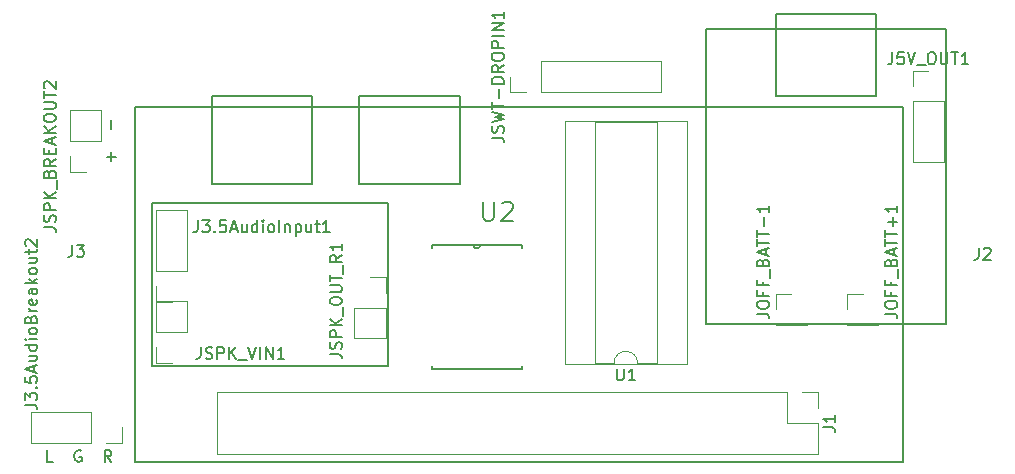
<source format=gbr>
%TF.GenerationSoftware,KiCad,Pcbnew,7.0.10*%
%TF.CreationDate,2024-04-11T21:52:28-07:00*%
%TF.ProjectId,magical toys integration pcbrev4,6d616769-6361-46c2-9074-6f797320696e,rev?*%
%TF.SameCoordinates,Original*%
%TF.FileFunction,Legend,Top*%
%TF.FilePolarity,Positive*%
%FSLAX46Y46*%
G04 Gerber Fmt 4.6, Leading zero omitted, Abs format (unit mm)*
G04 Created by KiCad (PCBNEW 7.0.10) date 2024-04-11 21:52:28*
%MOMM*%
%LPD*%
G01*
G04 APERTURE LIST*
%ADD10C,0.150000*%
%ADD11C,0.120000*%
%ADD12C,0.152400*%
G04 APERTURE END LIST*
D10*
X140025000Y-92515000D02*
X148525000Y-92515000D01*
X148525000Y-85015000D02*
X140025000Y-85015000D01*
X186025000Y-116015000D02*
X186025000Y-86015000D01*
X175300000Y-85065000D02*
X175300000Y-78065000D01*
X136025000Y-92515000D02*
X136025000Y-85015000D01*
X142474999Y-107885000D02*
X142474999Y-94085000D01*
X189725000Y-104365000D02*
X169375000Y-104365000D01*
X122474999Y-94085000D02*
X122474999Y-107885001D01*
X142474999Y-94085000D02*
X122474999Y-94085000D01*
X127525000Y-85015000D02*
X127525000Y-92515000D01*
X136025000Y-85015000D02*
X127525000Y-85015000D01*
X127525000Y-92515000D02*
X136025000Y-92515000D01*
X122474999Y-107885001D02*
X142474999Y-107885000D01*
X121025000Y-86015000D02*
X121025000Y-116015000D01*
X183800000Y-78065000D02*
X183800000Y-85065000D01*
X186025000Y-86015000D02*
X121025000Y-86015000D01*
X140025000Y-85015000D02*
X140025000Y-92515000D01*
X175300000Y-78065000D02*
X183800000Y-78065000D01*
X169375000Y-79365000D02*
X189725000Y-79365000D01*
X189725000Y-79365000D02*
X189725000Y-104365000D01*
X121025000Y-116015000D02*
X186025000Y-116015000D01*
X169375000Y-104365000D02*
X169375000Y-79365000D01*
X183800000Y-85065000D02*
X175300000Y-85065000D01*
X148525000Y-92515000D02*
X148525000Y-85015000D01*
X119005865Y-90563220D02*
X119005865Y-89801316D01*
X119386818Y-90182268D02*
X118624913Y-90182268D01*
X119005865Y-87801315D02*
X119005865Y-87039411D01*
X114082968Y-116016820D02*
X113606778Y-116016820D01*
X113606778Y-116016820D02*
X113606778Y-115016820D01*
X116463921Y-115064439D02*
X116368683Y-115016820D01*
X116368683Y-115016820D02*
X116225826Y-115016820D01*
X116225826Y-115016820D02*
X116082969Y-115064439D01*
X116082969Y-115064439D02*
X115987731Y-115159677D01*
X115987731Y-115159677D02*
X115940112Y-115254915D01*
X115940112Y-115254915D02*
X115892493Y-115445391D01*
X115892493Y-115445391D02*
X115892493Y-115588248D01*
X115892493Y-115588248D02*
X115940112Y-115778724D01*
X115940112Y-115778724D02*
X115987731Y-115873962D01*
X115987731Y-115873962D02*
X116082969Y-115969201D01*
X116082969Y-115969201D02*
X116225826Y-116016820D01*
X116225826Y-116016820D02*
X116321064Y-116016820D01*
X116321064Y-116016820D02*
X116463921Y-115969201D01*
X116463921Y-115969201D02*
X116511540Y-115921581D01*
X116511540Y-115921581D02*
X116511540Y-115588248D01*
X116511540Y-115588248D02*
X116321064Y-115588248D01*
X119035350Y-116016820D02*
X118702017Y-115540629D01*
X118463922Y-116016820D02*
X118463922Y-115016820D01*
X118463922Y-115016820D02*
X118844874Y-115016820D01*
X118844874Y-115016820D02*
X118940112Y-115064439D01*
X118940112Y-115064439D02*
X118987731Y-115112058D01*
X118987731Y-115112058D02*
X119035350Y-115207296D01*
X119035350Y-115207296D02*
X119035350Y-115350153D01*
X119035350Y-115350153D02*
X118987731Y-115445391D01*
X118987731Y-115445391D02*
X118940112Y-115493010D01*
X118940112Y-115493010D02*
X118844874Y-115540629D01*
X118844874Y-115540629D02*
X118463922Y-115540629D01*
X179309819Y-113078333D02*
X180024104Y-113078333D01*
X180024104Y-113078333D02*
X180166961Y-113125952D01*
X180166961Y-113125952D02*
X180262200Y-113221190D01*
X180262200Y-113221190D02*
X180309819Y-113364047D01*
X180309819Y-113364047D02*
X180309819Y-113459285D01*
X180309819Y-112078333D02*
X180309819Y-112649761D01*
X180309819Y-112364047D02*
X179309819Y-112364047D01*
X179309819Y-112364047D02*
X179452676Y-112459285D01*
X179452676Y-112459285D02*
X179547914Y-112554523D01*
X179547914Y-112554523D02*
X179595533Y-112649761D01*
X150478558Y-93984446D02*
X150478558Y-95312817D01*
X150478558Y-95312817D02*
X150556697Y-95469096D01*
X150556697Y-95469096D02*
X150634837Y-95547236D01*
X150634837Y-95547236D02*
X150791116Y-95625375D01*
X150791116Y-95625375D02*
X151103674Y-95625375D01*
X151103674Y-95625375D02*
X151259953Y-95547236D01*
X151259953Y-95547236D02*
X151338092Y-95469096D01*
X151338092Y-95469096D02*
X151416232Y-95312817D01*
X151416232Y-95312817D02*
X151416232Y-93984446D01*
X152119486Y-94140725D02*
X152197626Y-94062585D01*
X152197626Y-94062585D02*
X152353905Y-93984446D01*
X152353905Y-93984446D02*
X152744602Y-93984446D01*
X152744602Y-93984446D02*
X152900881Y-94062585D01*
X152900881Y-94062585D02*
X152979021Y-94140725D01*
X152979021Y-94140725D02*
X153057160Y-94297004D01*
X153057160Y-94297004D02*
X153057160Y-94453283D01*
X153057160Y-94453283D02*
X152979021Y-94687701D01*
X152979021Y-94687701D02*
X152041347Y-95625375D01*
X152041347Y-95625375D02*
X153057160Y-95625375D01*
X185152380Y-81349819D02*
X185152380Y-82064104D01*
X185152380Y-82064104D02*
X185104761Y-82206961D01*
X185104761Y-82206961D02*
X185009523Y-82302200D01*
X185009523Y-82302200D02*
X184866666Y-82349819D01*
X184866666Y-82349819D02*
X184771428Y-82349819D01*
X186104761Y-81349819D02*
X185628571Y-81349819D01*
X185628571Y-81349819D02*
X185580952Y-81826009D01*
X185580952Y-81826009D02*
X185628571Y-81778390D01*
X185628571Y-81778390D02*
X185723809Y-81730771D01*
X185723809Y-81730771D02*
X185961904Y-81730771D01*
X185961904Y-81730771D02*
X186057142Y-81778390D01*
X186057142Y-81778390D02*
X186104761Y-81826009D01*
X186104761Y-81826009D02*
X186152380Y-81921247D01*
X186152380Y-81921247D02*
X186152380Y-82159342D01*
X186152380Y-82159342D02*
X186104761Y-82254580D01*
X186104761Y-82254580D02*
X186057142Y-82302200D01*
X186057142Y-82302200D02*
X185961904Y-82349819D01*
X185961904Y-82349819D02*
X185723809Y-82349819D01*
X185723809Y-82349819D02*
X185628571Y-82302200D01*
X185628571Y-82302200D02*
X185580952Y-82254580D01*
X186438095Y-81349819D02*
X186771428Y-82349819D01*
X186771428Y-82349819D02*
X187104761Y-81349819D01*
X187200000Y-82445057D02*
X187961904Y-82445057D01*
X188390476Y-81349819D02*
X188580952Y-81349819D01*
X188580952Y-81349819D02*
X188676190Y-81397438D01*
X188676190Y-81397438D02*
X188771428Y-81492676D01*
X188771428Y-81492676D02*
X188819047Y-81683152D01*
X188819047Y-81683152D02*
X188819047Y-82016485D01*
X188819047Y-82016485D02*
X188771428Y-82206961D01*
X188771428Y-82206961D02*
X188676190Y-82302200D01*
X188676190Y-82302200D02*
X188580952Y-82349819D01*
X188580952Y-82349819D02*
X188390476Y-82349819D01*
X188390476Y-82349819D02*
X188295238Y-82302200D01*
X188295238Y-82302200D02*
X188200000Y-82206961D01*
X188200000Y-82206961D02*
X188152381Y-82016485D01*
X188152381Y-82016485D02*
X188152381Y-81683152D01*
X188152381Y-81683152D02*
X188200000Y-81492676D01*
X188200000Y-81492676D02*
X188295238Y-81397438D01*
X188295238Y-81397438D02*
X188390476Y-81349819D01*
X189247619Y-81349819D02*
X189247619Y-82159342D01*
X189247619Y-82159342D02*
X189295238Y-82254580D01*
X189295238Y-82254580D02*
X189342857Y-82302200D01*
X189342857Y-82302200D02*
X189438095Y-82349819D01*
X189438095Y-82349819D02*
X189628571Y-82349819D01*
X189628571Y-82349819D02*
X189723809Y-82302200D01*
X189723809Y-82302200D02*
X189771428Y-82254580D01*
X189771428Y-82254580D02*
X189819047Y-82159342D01*
X189819047Y-82159342D02*
X189819047Y-81349819D01*
X190152381Y-81349819D02*
X190723809Y-81349819D01*
X190438095Y-82349819D02*
X190438095Y-81349819D01*
X191580952Y-82349819D02*
X191009524Y-82349819D01*
X191295238Y-82349819D02*
X191295238Y-81349819D01*
X191295238Y-81349819D02*
X191200000Y-81492676D01*
X191200000Y-81492676D02*
X191104762Y-81587914D01*
X191104762Y-81587914D02*
X191009524Y-81635533D01*
X111724818Y-111183334D02*
X112439103Y-111183334D01*
X112439103Y-111183334D02*
X112581960Y-111230953D01*
X112581960Y-111230953D02*
X112677199Y-111326191D01*
X112677199Y-111326191D02*
X112724818Y-111469048D01*
X112724818Y-111469048D02*
X112724818Y-111564286D01*
X111724818Y-110802381D02*
X111724818Y-110183334D01*
X111724818Y-110183334D02*
X112105770Y-110516667D01*
X112105770Y-110516667D02*
X112105770Y-110373810D01*
X112105770Y-110373810D02*
X112153389Y-110278572D01*
X112153389Y-110278572D02*
X112201008Y-110230953D01*
X112201008Y-110230953D02*
X112296246Y-110183334D01*
X112296246Y-110183334D02*
X112534341Y-110183334D01*
X112534341Y-110183334D02*
X112629579Y-110230953D01*
X112629579Y-110230953D02*
X112677199Y-110278572D01*
X112677199Y-110278572D02*
X112724818Y-110373810D01*
X112724818Y-110373810D02*
X112724818Y-110659524D01*
X112724818Y-110659524D02*
X112677199Y-110754762D01*
X112677199Y-110754762D02*
X112629579Y-110802381D01*
X112629579Y-109754762D02*
X112677199Y-109707143D01*
X112677199Y-109707143D02*
X112724818Y-109754762D01*
X112724818Y-109754762D02*
X112677199Y-109802381D01*
X112677199Y-109802381D02*
X112629579Y-109754762D01*
X112629579Y-109754762D02*
X112724818Y-109754762D01*
X111724818Y-108802382D02*
X111724818Y-109278572D01*
X111724818Y-109278572D02*
X112201008Y-109326191D01*
X112201008Y-109326191D02*
X112153389Y-109278572D01*
X112153389Y-109278572D02*
X112105770Y-109183334D01*
X112105770Y-109183334D02*
X112105770Y-108945239D01*
X112105770Y-108945239D02*
X112153389Y-108850001D01*
X112153389Y-108850001D02*
X112201008Y-108802382D01*
X112201008Y-108802382D02*
X112296246Y-108754763D01*
X112296246Y-108754763D02*
X112534341Y-108754763D01*
X112534341Y-108754763D02*
X112629579Y-108802382D01*
X112629579Y-108802382D02*
X112677199Y-108850001D01*
X112677199Y-108850001D02*
X112724818Y-108945239D01*
X112724818Y-108945239D02*
X112724818Y-109183334D01*
X112724818Y-109183334D02*
X112677199Y-109278572D01*
X112677199Y-109278572D02*
X112629579Y-109326191D01*
X112439103Y-108373810D02*
X112439103Y-107897620D01*
X112724818Y-108469048D02*
X111724818Y-108135715D01*
X111724818Y-108135715D02*
X112724818Y-107802382D01*
X112058151Y-107040477D02*
X112724818Y-107040477D01*
X112058151Y-107469048D02*
X112581960Y-107469048D01*
X112581960Y-107469048D02*
X112677199Y-107421429D01*
X112677199Y-107421429D02*
X112724818Y-107326191D01*
X112724818Y-107326191D02*
X112724818Y-107183334D01*
X112724818Y-107183334D02*
X112677199Y-107088096D01*
X112677199Y-107088096D02*
X112629579Y-107040477D01*
X112724818Y-106135715D02*
X111724818Y-106135715D01*
X112677199Y-106135715D02*
X112724818Y-106230953D01*
X112724818Y-106230953D02*
X112724818Y-106421429D01*
X112724818Y-106421429D02*
X112677199Y-106516667D01*
X112677199Y-106516667D02*
X112629579Y-106564286D01*
X112629579Y-106564286D02*
X112534341Y-106611905D01*
X112534341Y-106611905D02*
X112248627Y-106611905D01*
X112248627Y-106611905D02*
X112153389Y-106564286D01*
X112153389Y-106564286D02*
X112105770Y-106516667D01*
X112105770Y-106516667D02*
X112058151Y-106421429D01*
X112058151Y-106421429D02*
X112058151Y-106230953D01*
X112058151Y-106230953D02*
X112105770Y-106135715D01*
X112724818Y-105659524D02*
X112058151Y-105659524D01*
X111724818Y-105659524D02*
X111772437Y-105707143D01*
X111772437Y-105707143D02*
X111820056Y-105659524D01*
X111820056Y-105659524D02*
X111772437Y-105611905D01*
X111772437Y-105611905D02*
X111724818Y-105659524D01*
X111724818Y-105659524D02*
X111820056Y-105659524D01*
X112724818Y-105040477D02*
X112677199Y-105135715D01*
X112677199Y-105135715D02*
X112629579Y-105183334D01*
X112629579Y-105183334D02*
X112534341Y-105230953D01*
X112534341Y-105230953D02*
X112248627Y-105230953D01*
X112248627Y-105230953D02*
X112153389Y-105183334D01*
X112153389Y-105183334D02*
X112105770Y-105135715D01*
X112105770Y-105135715D02*
X112058151Y-105040477D01*
X112058151Y-105040477D02*
X112058151Y-104897620D01*
X112058151Y-104897620D02*
X112105770Y-104802382D01*
X112105770Y-104802382D02*
X112153389Y-104754763D01*
X112153389Y-104754763D02*
X112248627Y-104707144D01*
X112248627Y-104707144D02*
X112534341Y-104707144D01*
X112534341Y-104707144D02*
X112629579Y-104754763D01*
X112629579Y-104754763D02*
X112677199Y-104802382D01*
X112677199Y-104802382D02*
X112724818Y-104897620D01*
X112724818Y-104897620D02*
X112724818Y-105040477D01*
X112201008Y-103945239D02*
X112248627Y-103802382D01*
X112248627Y-103802382D02*
X112296246Y-103754763D01*
X112296246Y-103754763D02*
X112391484Y-103707144D01*
X112391484Y-103707144D02*
X112534341Y-103707144D01*
X112534341Y-103707144D02*
X112629579Y-103754763D01*
X112629579Y-103754763D02*
X112677199Y-103802382D01*
X112677199Y-103802382D02*
X112724818Y-103897620D01*
X112724818Y-103897620D02*
X112724818Y-104278572D01*
X112724818Y-104278572D02*
X111724818Y-104278572D01*
X111724818Y-104278572D02*
X111724818Y-103945239D01*
X111724818Y-103945239D02*
X111772437Y-103850001D01*
X111772437Y-103850001D02*
X111820056Y-103802382D01*
X111820056Y-103802382D02*
X111915294Y-103754763D01*
X111915294Y-103754763D02*
X112010532Y-103754763D01*
X112010532Y-103754763D02*
X112105770Y-103802382D01*
X112105770Y-103802382D02*
X112153389Y-103850001D01*
X112153389Y-103850001D02*
X112201008Y-103945239D01*
X112201008Y-103945239D02*
X112201008Y-104278572D01*
X112724818Y-103278572D02*
X112058151Y-103278572D01*
X112248627Y-103278572D02*
X112153389Y-103230953D01*
X112153389Y-103230953D02*
X112105770Y-103183334D01*
X112105770Y-103183334D02*
X112058151Y-103088096D01*
X112058151Y-103088096D02*
X112058151Y-102992858D01*
X112677199Y-102278572D02*
X112724818Y-102373810D01*
X112724818Y-102373810D02*
X112724818Y-102564286D01*
X112724818Y-102564286D02*
X112677199Y-102659524D01*
X112677199Y-102659524D02*
X112581960Y-102707143D01*
X112581960Y-102707143D02*
X112201008Y-102707143D01*
X112201008Y-102707143D02*
X112105770Y-102659524D01*
X112105770Y-102659524D02*
X112058151Y-102564286D01*
X112058151Y-102564286D02*
X112058151Y-102373810D01*
X112058151Y-102373810D02*
X112105770Y-102278572D01*
X112105770Y-102278572D02*
X112201008Y-102230953D01*
X112201008Y-102230953D02*
X112296246Y-102230953D01*
X112296246Y-102230953D02*
X112391484Y-102707143D01*
X112724818Y-101373810D02*
X112201008Y-101373810D01*
X112201008Y-101373810D02*
X112105770Y-101421429D01*
X112105770Y-101421429D02*
X112058151Y-101516667D01*
X112058151Y-101516667D02*
X112058151Y-101707143D01*
X112058151Y-101707143D02*
X112105770Y-101802381D01*
X112677199Y-101373810D02*
X112724818Y-101469048D01*
X112724818Y-101469048D02*
X112724818Y-101707143D01*
X112724818Y-101707143D02*
X112677199Y-101802381D01*
X112677199Y-101802381D02*
X112581960Y-101850000D01*
X112581960Y-101850000D02*
X112486722Y-101850000D01*
X112486722Y-101850000D02*
X112391484Y-101802381D01*
X112391484Y-101802381D02*
X112343865Y-101707143D01*
X112343865Y-101707143D02*
X112343865Y-101469048D01*
X112343865Y-101469048D02*
X112296246Y-101373810D01*
X112724818Y-100897619D02*
X111724818Y-100897619D01*
X112343865Y-100802381D02*
X112724818Y-100516667D01*
X112058151Y-100516667D02*
X112439103Y-100897619D01*
X112724818Y-99945238D02*
X112677199Y-100040476D01*
X112677199Y-100040476D02*
X112629579Y-100088095D01*
X112629579Y-100088095D02*
X112534341Y-100135714D01*
X112534341Y-100135714D02*
X112248627Y-100135714D01*
X112248627Y-100135714D02*
X112153389Y-100088095D01*
X112153389Y-100088095D02*
X112105770Y-100040476D01*
X112105770Y-100040476D02*
X112058151Y-99945238D01*
X112058151Y-99945238D02*
X112058151Y-99802381D01*
X112058151Y-99802381D02*
X112105770Y-99707143D01*
X112105770Y-99707143D02*
X112153389Y-99659524D01*
X112153389Y-99659524D02*
X112248627Y-99611905D01*
X112248627Y-99611905D02*
X112534341Y-99611905D01*
X112534341Y-99611905D02*
X112629579Y-99659524D01*
X112629579Y-99659524D02*
X112677199Y-99707143D01*
X112677199Y-99707143D02*
X112724818Y-99802381D01*
X112724818Y-99802381D02*
X112724818Y-99945238D01*
X112058151Y-98754762D02*
X112724818Y-98754762D01*
X112058151Y-99183333D02*
X112581960Y-99183333D01*
X112581960Y-99183333D02*
X112677199Y-99135714D01*
X112677199Y-99135714D02*
X112724818Y-99040476D01*
X112724818Y-99040476D02*
X112724818Y-98897619D01*
X112724818Y-98897619D02*
X112677199Y-98802381D01*
X112677199Y-98802381D02*
X112629579Y-98754762D01*
X112058151Y-98421428D02*
X112058151Y-98040476D01*
X111724818Y-98278571D02*
X112581960Y-98278571D01*
X112581960Y-98278571D02*
X112677199Y-98230952D01*
X112677199Y-98230952D02*
X112724818Y-98135714D01*
X112724818Y-98135714D02*
X112724818Y-98040476D01*
X111820056Y-97754761D02*
X111772437Y-97707142D01*
X111772437Y-97707142D02*
X111724818Y-97611904D01*
X111724818Y-97611904D02*
X111724818Y-97373809D01*
X111724818Y-97373809D02*
X111772437Y-97278571D01*
X111772437Y-97278571D02*
X111820056Y-97230952D01*
X111820056Y-97230952D02*
X111915294Y-97183333D01*
X111915294Y-97183333D02*
X112010532Y-97183333D01*
X112010532Y-97183333D02*
X112153389Y-97230952D01*
X112153389Y-97230952D02*
X112724818Y-97802380D01*
X112724818Y-97802380D02*
X112724818Y-97183333D01*
X126340429Y-95576819D02*
X126340429Y-96291104D01*
X126340429Y-96291104D02*
X126292810Y-96433961D01*
X126292810Y-96433961D02*
X126197572Y-96529200D01*
X126197572Y-96529200D02*
X126054715Y-96576819D01*
X126054715Y-96576819D02*
X125959477Y-96576819D01*
X126721382Y-95576819D02*
X127340429Y-95576819D01*
X127340429Y-95576819D02*
X127007096Y-95957771D01*
X127007096Y-95957771D02*
X127149953Y-95957771D01*
X127149953Y-95957771D02*
X127245191Y-96005390D01*
X127245191Y-96005390D02*
X127292810Y-96053009D01*
X127292810Y-96053009D02*
X127340429Y-96148247D01*
X127340429Y-96148247D02*
X127340429Y-96386342D01*
X127340429Y-96386342D02*
X127292810Y-96481580D01*
X127292810Y-96481580D02*
X127245191Y-96529200D01*
X127245191Y-96529200D02*
X127149953Y-96576819D01*
X127149953Y-96576819D02*
X126864239Y-96576819D01*
X126864239Y-96576819D02*
X126769001Y-96529200D01*
X126769001Y-96529200D02*
X126721382Y-96481580D01*
X127769001Y-96481580D02*
X127816620Y-96529200D01*
X127816620Y-96529200D02*
X127769001Y-96576819D01*
X127769001Y-96576819D02*
X127721382Y-96529200D01*
X127721382Y-96529200D02*
X127769001Y-96481580D01*
X127769001Y-96481580D02*
X127769001Y-96576819D01*
X128721381Y-95576819D02*
X128245191Y-95576819D01*
X128245191Y-95576819D02*
X128197572Y-96053009D01*
X128197572Y-96053009D02*
X128245191Y-96005390D01*
X128245191Y-96005390D02*
X128340429Y-95957771D01*
X128340429Y-95957771D02*
X128578524Y-95957771D01*
X128578524Y-95957771D02*
X128673762Y-96005390D01*
X128673762Y-96005390D02*
X128721381Y-96053009D01*
X128721381Y-96053009D02*
X128769000Y-96148247D01*
X128769000Y-96148247D02*
X128769000Y-96386342D01*
X128769000Y-96386342D02*
X128721381Y-96481580D01*
X128721381Y-96481580D02*
X128673762Y-96529200D01*
X128673762Y-96529200D02*
X128578524Y-96576819D01*
X128578524Y-96576819D02*
X128340429Y-96576819D01*
X128340429Y-96576819D02*
X128245191Y-96529200D01*
X128245191Y-96529200D02*
X128197572Y-96481580D01*
X129149953Y-96291104D02*
X129626143Y-96291104D01*
X129054715Y-96576819D02*
X129388048Y-95576819D01*
X129388048Y-95576819D02*
X129721381Y-96576819D01*
X130483286Y-95910152D02*
X130483286Y-96576819D01*
X130054715Y-95910152D02*
X130054715Y-96433961D01*
X130054715Y-96433961D02*
X130102334Y-96529200D01*
X130102334Y-96529200D02*
X130197572Y-96576819D01*
X130197572Y-96576819D02*
X130340429Y-96576819D01*
X130340429Y-96576819D02*
X130435667Y-96529200D01*
X130435667Y-96529200D02*
X130483286Y-96481580D01*
X131388048Y-96576819D02*
X131388048Y-95576819D01*
X131388048Y-96529200D02*
X131292810Y-96576819D01*
X131292810Y-96576819D02*
X131102334Y-96576819D01*
X131102334Y-96576819D02*
X131007096Y-96529200D01*
X131007096Y-96529200D02*
X130959477Y-96481580D01*
X130959477Y-96481580D02*
X130911858Y-96386342D01*
X130911858Y-96386342D02*
X130911858Y-96100628D01*
X130911858Y-96100628D02*
X130959477Y-96005390D01*
X130959477Y-96005390D02*
X131007096Y-95957771D01*
X131007096Y-95957771D02*
X131102334Y-95910152D01*
X131102334Y-95910152D02*
X131292810Y-95910152D01*
X131292810Y-95910152D02*
X131388048Y-95957771D01*
X131864239Y-96576819D02*
X131864239Y-95910152D01*
X131864239Y-95576819D02*
X131816620Y-95624438D01*
X131816620Y-95624438D02*
X131864239Y-95672057D01*
X131864239Y-95672057D02*
X131911858Y-95624438D01*
X131911858Y-95624438D02*
X131864239Y-95576819D01*
X131864239Y-95576819D02*
X131864239Y-95672057D01*
X132483286Y-96576819D02*
X132388048Y-96529200D01*
X132388048Y-96529200D02*
X132340429Y-96481580D01*
X132340429Y-96481580D02*
X132292810Y-96386342D01*
X132292810Y-96386342D02*
X132292810Y-96100628D01*
X132292810Y-96100628D02*
X132340429Y-96005390D01*
X132340429Y-96005390D02*
X132388048Y-95957771D01*
X132388048Y-95957771D02*
X132483286Y-95910152D01*
X132483286Y-95910152D02*
X132626143Y-95910152D01*
X132626143Y-95910152D02*
X132721381Y-95957771D01*
X132721381Y-95957771D02*
X132769000Y-96005390D01*
X132769000Y-96005390D02*
X132816619Y-96100628D01*
X132816619Y-96100628D02*
X132816619Y-96386342D01*
X132816619Y-96386342D02*
X132769000Y-96481580D01*
X132769000Y-96481580D02*
X132721381Y-96529200D01*
X132721381Y-96529200D02*
X132626143Y-96576819D01*
X132626143Y-96576819D02*
X132483286Y-96576819D01*
X133245191Y-96576819D02*
X133245191Y-95576819D01*
X133721381Y-95910152D02*
X133721381Y-96576819D01*
X133721381Y-96005390D02*
X133769000Y-95957771D01*
X133769000Y-95957771D02*
X133864238Y-95910152D01*
X133864238Y-95910152D02*
X134007095Y-95910152D01*
X134007095Y-95910152D02*
X134102333Y-95957771D01*
X134102333Y-95957771D02*
X134149952Y-96053009D01*
X134149952Y-96053009D02*
X134149952Y-96576819D01*
X134626143Y-95910152D02*
X134626143Y-96910152D01*
X134626143Y-95957771D02*
X134721381Y-95910152D01*
X134721381Y-95910152D02*
X134911857Y-95910152D01*
X134911857Y-95910152D02*
X135007095Y-95957771D01*
X135007095Y-95957771D02*
X135054714Y-96005390D01*
X135054714Y-96005390D02*
X135102333Y-96100628D01*
X135102333Y-96100628D02*
X135102333Y-96386342D01*
X135102333Y-96386342D02*
X135054714Y-96481580D01*
X135054714Y-96481580D02*
X135007095Y-96529200D01*
X135007095Y-96529200D02*
X134911857Y-96576819D01*
X134911857Y-96576819D02*
X134721381Y-96576819D01*
X134721381Y-96576819D02*
X134626143Y-96529200D01*
X135959476Y-95910152D02*
X135959476Y-96576819D01*
X135530905Y-95910152D02*
X135530905Y-96433961D01*
X135530905Y-96433961D02*
X135578524Y-96529200D01*
X135578524Y-96529200D02*
X135673762Y-96576819D01*
X135673762Y-96576819D02*
X135816619Y-96576819D01*
X135816619Y-96576819D02*
X135911857Y-96529200D01*
X135911857Y-96529200D02*
X135959476Y-96481580D01*
X136292810Y-95910152D02*
X136673762Y-95910152D01*
X136435667Y-95576819D02*
X136435667Y-96433961D01*
X136435667Y-96433961D02*
X136483286Y-96529200D01*
X136483286Y-96529200D02*
X136578524Y-96576819D01*
X136578524Y-96576819D02*
X136673762Y-96576819D01*
X137530905Y-96576819D02*
X136959477Y-96576819D01*
X137245191Y-96576819D02*
X137245191Y-95576819D01*
X137245191Y-95576819D02*
X137149953Y-95719676D01*
X137149953Y-95719676D02*
X137054715Y-95814914D01*
X137054715Y-95814914D02*
X136959477Y-95862533D01*
X126586044Y-106294818D02*
X126586044Y-107009103D01*
X126586044Y-107009103D02*
X126538425Y-107151960D01*
X126538425Y-107151960D02*
X126443187Y-107247199D01*
X126443187Y-107247199D02*
X126300330Y-107294818D01*
X126300330Y-107294818D02*
X126205092Y-107294818D01*
X127014616Y-107247199D02*
X127157473Y-107294818D01*
X127157473Y-107294818D02*
X127395568Y-107294818D01*
X127395568Y-107294818D02*
X127490806Y-107247199D01*
X127490806Y-107247199D02*
X127538425Y-107199579D01*
X127538425Y-107199579D02*
X127586044Y-107104341D01*
X127586044Y-107104341D02*
X127586044Y-107009103D01*
X127586044Y-107009103D02*
X127538425Y-106913865D01*
X127538425Y-106913865D02*
X127490806Y-106866246D01*
X127490806Y-106866246D02*
X127395568Y-106818627D01*
X127395568Y-106818627D02*
X127205092Y-106771008D01*
X127205092Y-106771008D02*
X127109854Y-106723389D01*
X127109854Y-106723389D02*
X127062235Y-106675770D01*
X127062235Y-106675770D02*
X127014616Y-106580532D01*
X127014616Y-106580532D02*
X127014616Y-106485294D01*
X127014616Y-106485294D02*
X127062235Y-106390056D01*
X127062235Y-106390056D02*
X127109854Y-106342437D01*
X127109854Y-106342437D02*
X127205092Y-106294818D01*
X127205092Y-106294818D02*
X127443187Y-106294818D01*
X127443187Y-106294818D02*
X127586044Y-106342437D01*
X128014616Y-107294818D02*
X128014616Y-106294818D01*
X128014616Y-106294818D02*
X128395568Y-106294818D01*
X128395568Y-106294818D02*
X128490806Y-106342437D01*
X128490806Y-106342437D02*
X128538425Y-106390056D01*
X128538425Y-106390056D02*
X128586044Y-106485294D01*
X128586044Y-106485294D02*
X128586044Y-106628151D01*
X128586044Y-106628151D02*
X128538425Y-106723389D01*
X128538425Y-106723389D02*
X128490806Y-106771008D01*
X128490806Y-106771008D02*
X128395568Y-106818627D01*
X128395568Y-106818627D02*
X128014616Y-106818627D01*
X129014616Y-107294818D02*
X129014616Y-106294818D01*
X129586044Y-107294818D02*
X129157473Y-106723389D01*
X129586044Y-106294818D02*
X129014616Y-106866246D01*
X129776521Y-107390056D02*
X130538425Y-107390056D01*
X130633664Y-106294818D02*
X130966997Y-107294818D01*
X130966997Y-107294818D02*
X131300330Y-106294818D01*
X131633664Y-107294818D02*
X131633664Y-106294818D01*
X132109854Y-107294818D02*
X132109854Y-106294818D01*
X132109854Y-106294818D02*
X132681282Y-107294818D01*
X132681282Y-107294818D02*
X132681282Y-106294818D01*
X133681282Y-107294818D02*
X133109854Y-107294818D01*
X133395568Y-107294818D02*
X133395568Y-106294818D01*
X133395568Y-106294818D02*
X133300330Y-106437675D01*
X133300330Y-106437675D02*
X133205092Y-106532913D01*
X133205092Y-106532913D02*
X133109854Y-106580532D01*
X113304819Y-96137998D02*
X114019104Y-96137998D01*
X114019104Y-96137998D02*
X114161961Y-96185617D01*
X114161961Y-96185617D02*
X114257200Y-96280855D01*
X114257200Y-96280855D02*
X114304819Y-96423712D01*
X114304819Y-96423712D02*
X114304819Y-96518950D01*
X114257200Y-95709426D02*
X114304819Y-95566569D01*
X114304819Y-95566569D02*
X114304819Y-95328474D01*
X114304819Y-95328474D02*
X114257200Y-95233236D01*
X114257200Y-95233236D02*
X114209580Y-95185617D01*
X114209580Y-95185617D02*
X114114342Y-95137998D01*
X114114342Y-95137998D02*
X114019104Y-95137998D01*
X114019104Y-95137998D02*
X113923866Y-95185617D01*
X113923866Y-95185617D02*
X113876247Y-95233236D01*
X113876247Y-95233236D02*
X113828628Y-95328474D01*
X113828628Y-95328474D02*
X113781009Y-95518950D01*
X113781009Y-95518950D02*
X113733390Y-95614188D01*
X113733390Y-95614188D02*
X113685771Y-95661807D01*
X113685771Y-95661807D02*
X113590533Y-95709426D01*
X113590533Y-95709426D02*
X113495295Y-95709426D01*
X113495295Y-95709426D02*
X113400057Y-95661807D01*
X113400057Y-95661807D02*
X113352438Y-95614188D01*
X113352438Y-95614188D02*
X113304819Y-95518950D01*
X113304819Y-95518950D02*
X113304819Y-95280855D01*
X113304819Y-95280855D02*
X113352438Y-95137998D01*
X114304819Y-94709426D02*
X113304819Y-94709426D01*
X113304819Y-94709426D02*
X113304819Y-94328474D01*
X113304819Y-94328474D02*
X113352438Y-94233236D01*
X113352438Y-94233236D02*
X113400057Y-94185617D01*
X113400057Y-94185617D02*
X113495295Y-94137998D01*
X113495295Y-94137998D02*
X113638152Y-94137998D01*
X113638152Y-94137998D02*
X113733390Y-94185617D01*
X113733390Y-94185617D02*
X113781009Y-94233236D01*
X113781009Y-94233236D02*
X113828628Y-94328474D01*
X113828628Y-94328474D02*
X113828628Y-94709426D01*
X114304819Y-93709426D02*
X113304819Y-93709426D01*
X114304819Y-93137998D02*
X113733390Y-93566569D01*
X113304819Y-93137998D02*
X113876247Y-93709426D01*
X114400057Y-92947522D02*
X114400057Y-92185617D01*
X113781009Y-91614188D02*
X113828628Y-91471331D01*
X113828628Y-91471331D02*
X113876247Y-91423712D01*
X113876247Y-91423712D02*
X113971485Y-91376093D01*
X113971485Y-91376093D02*
X114114342Y-91376093D01*
X114114342Y-91376093D02*
X114209580Y-91423712D01*
X114209580Y-91423712D02*
X114257200Y-91471331D01*
X114257200Y-91471331D02*
X114304819Y-91566569D01*
X114304819Y-91566569D02*
X114304819Y-91947521D01*
X114304819Y-91947521D02*
X113304819Y-91947521D01*
X113304819Y-91947521D02*
X113304819Y-91614188D01*
X113304819Y-91614188D02*
X113352438Y-91518950D01*
X113352438Y-91518950D02*
X113400057Y-91471331D01*
X113400057Y-91471331D02*
X113495295Y-91423712D01*
X113495295Y-91423712D02*
X113590533Y-91423712D01*
X113590533Y-91423712D02*
X113685771Y-91471331D01*
X113685771Y-91471331D02*
X113733390Y-91518950D01*
X113733390Y-91518950D02*
X113781009Y-91614188D01*
X113781009Y-91614188D02*
X113781009Y-91947521D01*
X114304819Y-90376093D02*
X113828628Y-90709426D01*
X114304819Y-90947521D02*
X113304819Y-90947521D01*
X113304819Y-90947521D02*
X113304819Y-90566569D01*
X113304819Y-90566569D02*
X113352438Y-90471331D01*
X113352438Y-90471331D02*
X113400057Y-90423712D01*
X113400057Y-90423712D02*
X113495295Y-90376093D01*
X113495295Y-90376093D02*
X113638152Y-90376093D01*
X113638152Y-90376093D02*
X113733390Y-90423712D01*
X113733390Y-90423712D02*
X113781009Y-90471331D01*
X113781009Y-90471331D02*
X113828628Y-90566569D01*
X113828628Y-90566569D02*
X113828628Y-90947521D01*
X113781009Y-89947521D02*
X113781009Y-89614188D01*
X114304819Y-89471331D02*
X114304819Y-89947521D01*
X114304819Y-89947521D02*
X113304819Y-89947521D01*
X113304819Y-89947521D02*
X113304819Y-89471331D01*
X114019104Y-89090378D02*
X114019104Y-88614188D01*
X114304819Y-89185616D02*
X113304819Y-88852283D01*
X113304819Y-88852283D02*
X114304819Y-88518950D01*
X114304819Y-88185616D02*
X113304819Y-88185616D01*
X114304819Y-87614188D02*
X113733390Y-88042759D01*
X113304819Y-87614188D02*
X113876247Y-88185616D01*
X113304819Y-86995140D02*
X113304819Y-86804664D01*
X113304819Y-86804664D02*
X113352438Y-86709426D01*
X113352438Y-86709426D02*
X113447676Y-86614188D01*
X113447676Y-86614188D02*
X113638152Y-86566569D01*
X113638152Y-86566569D02*
X113971485Y-86566569D01*
X113971485Y-86566569D02*
X114161961Y-86614188D01*
X114161961Y-86614188D02*
X114257200Y-86709426D01*
X114257200Y-86709426D02*
X114304819Y-86804664D01*
X114304819Y-86804664D02*
X114304819Y-86995140D01*
X114304819Y-86995140D02*
X114257200Y-87090378D01*
X114257200Y-87090378D02*
X114161961Y-87185616D01*
X114161961Y-87185616D02*
X113971485Y-87233235D01*
X113971485Y-87233235D02*
X113638152Y-87233235D01*
X113638152Y-87233235D02*
X113447676Y-87185616D01*
X113447676Y-87185616D02*
X113352438Y-87090378D01*
X113352438Y-87090378D02*
X113304819Y-86995140D01*
X113304819Y-86137997D02*
X114114342Y-86137997D01*
X114114342Y-86137997D02*
X114209580Y-86090378D01*
X114209580Y-86090378D02*
X114257200Y-86042759D01*
X114257200Y-86042759D02*
X114304819Y-85947521D01*
X114304819Y-85947521D02*
X114304819Y-85757045D01*
X114304819Y-85757045D02*
X114257200Y-85661807D01*
X114257200Y-85661807D02*
X114209580Y-85614188D01*
X114209580Y-85614188D02*
X114114342Y-85566569D01*
X114114342Y-85566569D02*
X113304819Y-85566569D01*
X113304819Y-85233235D02*
X113304819Y-84661807D01*
X114304819Y-84947521D02*
X113304819Y-84947521D01*
X113400057Y-84376092D02*
X113352438Y-84328473D01*
X113352438Y-84328473D02*
X113304819Y-84233235D01*
X113304819Y-84233235D02*
X113304819Y-83995140D01*
X113304819Y-83995140D02*
X113352438Y-83899902D01*
X113352438Y-83899902D02*
X113400057Y-83852283D01*
X113400057Y-83852283D02*
X113495295Y-83804664D01*
X113495295Y-83804664D02*
X113590533Y-83804664D01*
X113590533Y-83804664D02*
X113733390Y-83852283D01*
X113733390Y-83852283D02*
X114304819Y-84423711D01*
X114304819Y-84423711D02*
X114304819Y-83804664D01*
X173704819Y-103469762D02*
X174419104Y-103469762D01*
X174419104Y-103469762D02*
X174561961Y-103517381D01*
X174561961Y-103517381D02*
X174657200Y-103612619D01*
X174657200Y-103612619D02*
X174704819Y-103755476D01*
X174704819Y-103755476D02*
X174704819Y-103850714D01*
X173704819Y-102803095D02*
X173704819Y-102612619D01*
X173704819Y-102612619D02*
X173752438Y-102517381D01*
X173752438Y-102517381D02*
X173847676Y-102422143D01*
X173847676Y-102422143D02*
X174038152Y-102374524D01*
X174038152Y-102374524D02*
X174371485Y-102374524D01*
X174371485Y-102374524D02*
X174561961Y-102422143D01*
X174561961Y-102422143D02*
X174657200Y-102517381D01*
X174657200Y-102517381D02*
X174704819Y-102612619D01*
X174704819Y-102612619D02*
X174704819Y-102803095D01*
X174704819Y-102803095D02*
X174657200Y-102898333D01*
X174657200Y-102898333D02*
X174561961Y-102993571D01*
X174561961Y-102993571D02*
X174371485Y-103041190D01*
X174371485Y-103041190D02*
X174038152Y-103041190D01*
X174038152Y-103041190D02*
X173847676Y-102993571D01*
X173847676Y-102993571D02*
X173752438Y-102898333D01*
X173752438Y-102898333D02*
X173704819Y-102803095D01*
X174181009Y-101612619D02*
X174181009Y-101945952D01*
X174704819Y-101945952D02*
X173704819Y-101945952D01*
X173704819Y-101945952D02*
X173704819Y-101469762D01*
X174181009Y-100755476D02*
X174181009Y-101088809D01*
X174704819Y-101088809D02*
X173704819Y-101088809D01*
X173704819Y-101088809D02*
X173704819Y-100612619D01*
X174800057Y-100469762D02*
X174800057Y-99707857D01*
X174181009Y-99136428D02*
X174228628Y-98993571D01*
X174228628Y-98993571D02*
X174276247Y-98945952D01*
X174276247Y-98945952D02*
X174371485Y-98898333D01*
X174371485Y-98898333D02*
X174514342Y-98898333D01*
X174514342Y-98898333D02*
X174609580Y-98945952D01*
X174609580Y-98945952D02*
X174657200Y-98993571D01*
X174657200Y-98993571D02*
X174704819Y-99088809D01*
X174704819Y-99088809D02*
X174704819Y-99469761D01*
X174704819Y-99469761D02*
X173704819Y-99469761D01*
X173704819Y-99469761D02*
X173704819Y-99136428D01*
X173704819Y-99136428D02*
X173752438Y-99041190D01*
X173752438Y-99041190D02*
X173800057Y-98993571D01*
X173800057Y-98993571D02*
X173895295Y-98945952D01*
X173895295Y-98945952D02*
X173990533Y-98945952D01*
X173990533Y-98945952D02*
X174085771Y-98993571D01*
X174085771Y-98993571D02*
X174133390Y-99041190D01*
X174133390Y-99041190D02*
X174181009Y-99136428D01*
X174181009Y-99136428D02*
X174181009Y-99469761D01*
X174419104Y-98517380D02*
X174419104Y-98041190D01*
X174704819Y-98612618D02*
X173704819Y-98279285D01*
X173704819Y-98279285D02*
X174704819Y-97945952D01*
X173704819Y-97755475D02*
X173704819Y-97184047D01*
X174704819Y-97469761D02*
X173704819Y-97469761D01*
X173704819Y-96993570D02*
X173704819Y-96422142D01*
X174704819Y-96707856D02*
X173704819Y-96707856D01*
X174323866Y-96088808D02*
X174323866Y-95326904D01*
X174704819Y-94326904D02*
X174704819Y-94898332D01*
X174704819Y-94612618D02*
X173704819Y-94612618D01*
X173704819Y-94612618D02*
X173847676Y-94707856D01*
X173847676Y-94707856D02*
X173942914Y-94803094D01*
X173942914Y-94803094D02*
X173990533Y-94898332D01*
X192466666Y-97904819D02*
X192466666Y-98619104D01*
X192466666Y-98619104D02*
X192419047Y-98761961D01*
X192419047Y-98761961D02*
X192323809Y-98857200D01*
X192323809Y-98857200D02*
X192180952Y-98904819D01*
X192180952Y-98904819D02*
X192085714Y-98904819D01*
X192895238Y-98000057D02*
X192942857Y-97952438D01*
X192942857Y-97952438D02*
X193038095Y-97904819D01*
X193038095Y-97904819D02*
X193276190Y-97904819D01*
X193276190Y-97904819D02*
X193371428Y-97952438D01*
X193371428Y-97952438D02*
X193419047Y-98000057D01*
X193419047Y-98000057D02*
X193466666Y-98095295D01*
X193466666Y-98095295D02*
X193466666Y-98190533D01*
X193466666Y-98190533D02*
X193419047Y-98333390D01*
X193419047Y-98333390D02*
X192847619Y-98904819D01*
X192847619Y-98904819D02*
X193466666Y-98904819D01*
X137529819Y-106885000D02*
X138244104Y-106885000D01*
X138244104Y-106885000D02*
X138386961Y-106932619D01*
X138386961Y-106932619D02*
X138482200Y-107027857D01*
X138482200Y-107027857D02*
X138529819Y-107170714D01*
X138529819Y-107170714D02*
X138529819Y-107265952D01*
X138482200Y-106456428D02*
X138529819Y-106313571D01*
X138529819Y-106313571D02*
X138529819Y-106075476D01*
X138529819Y-106075476D02*
X138482200Y-105980238D01*
X138482200Y-105980238D02*
X138434580Y-105932619D01*
X138434580Y-105932619D02*
X138339342Y-105885000D01*
X138339342Y-105885000D02*
X138244104Y-105885000D01*
X138244104Y-105885000D02*
X138148866Y-105932619D01*
X138148866Y-105932619D02*
X138101247Y-105980238D01*
X138101247Y-105980238D02*
X138053628Y-106075476D01*
X138053628Y-106075476D02*
X138006009Y-106265952D01*
X138006009Y-106265952D02*
X137958390Y-106361190D01*
X137958390Y-106361190D02*
X137910771Y-106408809D01*
X137910771Y-106408809D02*
X137815533Y-106456428D01*
X137815533Y-106456428D02*
X137720295Y-106456428D01*
X137720295Y-106456428D02*
X137625057Y-106408809D01*
X137625057Y-106408809D02*
X137577438Y-106361190D01*
X137577438Y-106361190D02*
X137529819Y-106265952D01*
X137529819Y-106265952D02*
X137529819Y-106027857D01*
X137529819Y-106027857D02*
X137577438Y-105885000D01*
X138529819Y-105456428D02*
X137529819Y-105456428D01*
X137529819Y-105456428D02*
X137529819Y-105075476D01*
X137529819Y-105075476D02*
X137577438Y-104980238D01*
X137577438Y-104980238D02*
X137625057Y-104932619D01*
X137625057Y-104932619D02*
X137720295Y-104885000D01*
X137720295Y-104885000D02*
X137863152Y-104885000D01*
X137863152Y-104885000D02*
X137958390Y-104932619D01*
X137958390Y-104932619D02*
X138006009Y-104980238D01*
X138006009Y-104980238D02*
X138053628Y-105075476D01*
X138053628Y-105075476D02*
X138053628Y-105456428D01*
X138529819Y-104456428D02*
X137529819Y-104456428D01*
X138529819Y-103885000D02*
X137958390Y-104313571D01*
X137529819Y-103885000D02*
X138101247Y-104456428D01*
X138625057Y-103694524D02*
X138625057Y-102932619D01*
X137529819Y-102504047D02*
X137529819Y-102313571D01*
X137529819Y-102313571D02*
X137577438Y-102218333D01*
X137577438Y-102218333D02*
X137672676Y-102123095D01*
X137672676Y-102123095D02*
X137863152Y-102075476D01*
X137863152Y-102075476D02*
X138196485Y-102075476D01*
X138196485Y-102075476D02*
X138386961Y-102123095D01*
X138386961Y-102123095D02*
X138482200Y-102218333D01*
X138482200Y-102218333D02*
X138529819Y-102313571D01*
X138529819Y-102313571D02*
X138529819Y-102504047D01*
X138529819Y-102504047D02*
X138482200Y-102599285D01*
X138482200Y-102599285D02*
X138386961Y-102694523D01*
X138386961Y-102694523D02*
X138196485Y-102742142D01*
X138196485Y-102742142D02*
X137863152Y-102742142D01*
X137863152Y-102742142D02*
X137672676Y-102694523D01*
X137672676Y-102694523D02*
X137577438Y-102599285D01*
X137577438Y-102599285D02*
X137529819Y-102504047D01*
X137529819Y-101646904D02*
X138339342Y-101646904D01*
X138339342Y-101646904D02*
X138434580Y-101599285D01*
X138434580Y-101599285D02*
X138482200Y-101551666D01*
X138482200Y-101551666D02*
X138529819Y-101456428D01*
X138529819Y-101456428D02*
X138529819Y-101265952D01*
X138529819Y-101265952D02*
X138482200Y-101170714D01*
X138482200Y-101170714D02*
X138434580Y-101123095D01*
X138434580Y-101123095D02*
X138339342Y-101075476D01*
X138339342Y-101075476D02*
X137529819Y-101075476D01*
X137529819Y-100742142D02*
X137529819Y-100170714D01*
X138529819Y-100456428D02*
X137529819Y-100456428D01*
X138625057Y-100075476D02*
X138625057Y-99313571D01*
X138529819Y-98504047D02*
X138053628Y-98837380D01*
X138529819Y-99075475D02*
X137529819Y-99075475D01*
X137529819Y-99075475D02*
X137529819Y-98694523D01*
X137529819Y-98694523D02*
X137577438Y-98599285D01*
X137577438Y-98599285D02*
X137625057Y-98551666D01*
X137625057Y-98551666D02*
X137720295Y-98504047D01*
X137720295Y-98504047D02*
X137863152Y-98504047D01*
X137863152Y-98504047D02*
X137958390Y-98551666D01*
X137958390Y-98551666D02*
X138006009Y-98599285D01*
X138006009Y-98599285D02*
X138053628Y-98694523D01*
X138053628Y-98694523D02*
X138053628Y-99075475D01*
X138529819Y-97551666D02*
X138529819Y-98123094D01*
X138529819Y-97837380D02*
X137529819Y-97837380D01*
X137529819Y-97837380D02*
X137672676Y-97932618D01*
X137672676Y-97932618D02*
X137767914Y-98027856D01*
X137767914Y-98027856D02*
X137815533Y-98123094D01*
X184554819Y-103469762D02*
X185269104Y-103469762D01*
X185269104Y-103469762D02*
X185411961Y-103517381D01*
X185411961Y-103517381D02*
X185507200Y-103612619D01*
X185507200Y-103612619D02*
X185554819Y-103755476D01*
X185554819Y-103755476D02*
X185554819Y-103850714D01*
X184554819Y-102803095D02*
X184554819Y-102612619D01*
X184554819Y-102612619D02*
X184602438Y-102517381D01*
X184602438Y-102517381D02*
X184697676Y-102422143D01*
X184697676Y-102422143D02*
X184888152Y-102374524D01*
X184888152Y-102374524D02*
X185221485Y-102374524D01*
X185221485Y-102374524D02*
X185411961Y-102422143D01*
X185411961Y-102422143D02*
X185507200Y-102517381D01*
X185507200Y-102517381D02*
X185554819Y-102612619D01*
X185554819Y-102612619D02*
X185554819Y-102803095D01*
X185554819Y-102803095D02*
X185507200Y-102898333D01*
X185507200Y-102898333D02*
X185411961Y-102993571D01*
X185411961Y-102993571D02*
X185221485Y-103041190D01*
X185221485Y-103041190D02*
X184888152Y-103041190D01*
X184888152Y-103041190D02*
X184697676Y-102993571D01*
X184697676Y-102993571D02*
X184602438Y-102898333D01*
X184602438Y-102898333D02*
X184554819Y-102803095D01*
X185031009Y-101612619D02*
X185031009Y-101945952D01*
X185554819Y-101945952D02*
X184554819Y-101945952D01*
X184554819Y-101945952D02*
X184554819Y-101469762D01*
X185031009Y-100755476D02*
X185031009Y-101088809D01*
X185554819Y-101088809D02*
X184554819Y-101088809D01*
X184554819Y-101088809D02*
X184554819Y-100612619D01*
X185650057Y-100469762D02*
X185650057Y-99707857D01*
X185031009Y-99136428D02*
X185078628Y-98993571D01*
X185078628Y-98993571D02*
X185126247Y-98945952D01*
X185126247Y-98945952D02*
X185221485Y-98898333D01*
X185221485Y-98898333D02*
X185364342Y-98898333D01*
X185364342Y-98898333D02*
X185459580Y-98945952D01*
X185459580Y-98945952D02*
X185507200Y-98993571D01*
X185507200Y-98993571D02*
X185554819Y-99088809D01*
X185554819Y-99088809D02*
X185554819Y-99469761D01*
X185554819Y-99469761D02*
X184554819Y-99469761D01*
X184554819Y-99469761D02*
X184554819Y-99136428D01*
X184554819Y-99136428D02*
X184602438Y-99041190D01*
X184602438Y-99041190D02*
X184650057Y-98993571D01*
X184650057Y-98993571D02*
X184745295Y-98945952D01*
X184745295Y-98945952D02*
X184840533Y-98945952D01*
X184840533Y-98945952D02*
X184935771Y-98993571D01*
X184935771Y-98993571D02*
X184983390Y-99041190D01*
X184983390Y-99041190D02*
X185031009Y-99136428D01*
X185031009Y-99136428D02*
X185031009Y-99469761D01*
X185269104Y-98517380D02*
X185269104Y-98041190D01*
X185554819Y-98612618D02*
X184554819Y-98279285D01*
X184554819Y-98279285D02*
X185554819Y-97945952D01*
X184554819Y-97755475D02*
X184554819Y-97184047D01*
X185554819Y-97469761D02*
X184554819Y-97469761D01*
X184554819Y-96993570D02*
X184554819Y-96422142D01*
X185554819Y-96707856D02*
X184554819Y-96707856D01*
X185173866Y-96088808D02*
X185173866Y-95326904D01*
X185554819Y-95707856D02*
X184792914Y-95707856D01*
X185554819Y-94326904D02*
X185554819Y-94898332D01*
X185554819Y-94612618D02*
X184554819Y-94612618D01*
X184554819Y-94612618D02*
X184697676Y-94707856D01*
X184697676Y-94707856D02*
X184792914Y-94803094D01*
X184792914Y-94803094D02*
X184840533Y-94898332D01*
X161828095Y-108124819D02*
X161828095Y-108934342D01*
X161828095Y-108934342D02*
X161875714Y-109029580D01*
X161875714Y-109029580D02*
X161923333Y-109077200D01*
X161923333Y-109077200D02*
X162018571Y-109124819D01*
X162018571Y-109124819D02*
X162209047Y-109124819D01*
X162209047Y-109124819D02*
X162304285Y-109077200D01*
X162304285Y-109077200D02*
X162351904Y-109029580D01*
X162351904Y-109029580D02*
X162399523Y-108934342D01*
X162399523Y-108934342D02*
X162399523Y-108124819D01*
X163399523Y-109124819D02*
X162828095Y-109124819D01*
X163113809Y-109124819D02*
X163113809Y-108124819D01*
X163113809Y-108124819D02*
X163018571Y-108267676D01*
X163018571Y-108267676D02*
X162923333Y-108362914D01*
X162923333Y-108362914D02*
X162828095Y-108410533D01*
X151234819Y-88566666D02*
X151949104Y-88566666D01*
X151949104Y-88566666D02*
X152091961Y-88614285D01*
X152091961Y-88614285D02*
X152187200Y-88709523D01*
X152187200Y-88709523D02*
X152234819Y-88852380D01*
X152234819Y-88852380D02*
X152234819Y-88947618D01*
X152187200Y-88138094D02*
X152234819Y-87995237D01*
X152234819Y-87995237D02*
X152234819Y-87757142D01*
X152234819Y-87757142D02*
X152187200Y-87661904D01*
X152187200Y-87661904D02*
X152139580Y-87614285D01*
X152139580Y-87614285D02*
X152044342Y-87566666D01*
X152044342Y-87566666D02*
X151949104Y-87566666D01*
X151949104Y-87566666D02*
X151853866Y-87614285D01*
X151853866Y-87614285D02*
X151806247Y-87661904D01*
X151806247Y-87661904D02*
X151758628Y-87757142D01*
X151758628Y-87757142D02*
X151711009Y-87947618D01*
X151711009Y-87947618D02*
X151663390Y-88042856D01*
X151663390Y-88042856D02*
X151615771Y-88090475D01*
X151615771Y-88090475D02*
X151520533Y-88138094D01*
X151520533Y-88138094D02*
X151425295Y-88138094D01*
X151425295Y-88138094D02*
X151330057Y-88090475D01*
X151330057Y-88090475D02*
X151282438Y-88042856D01*
X151282438Y-88042856D02*
X151234819Y-87947618D01*
X151234819Y-87947618D02*
X151234819Y-87709523D01*
X151234819Y-87709523D02*
X151282438Y-87566666D01*
X151234819Y-87233332D02*
X152234819Y-86995237D01*
X152234819Y-86995237D02*
X151520533Y-86804761D01*
X151520533Y-86804761D02*
X152234819Y-86614285D01*
X152234819Y-86614285D02*
X151234819Y-86376190D01*
X151234819Y-86138094D02*
X151234819Y-85566666D01*
X152234819Y-85852380D02*
X151234819Y-85852380D01*
X151853866Y-85233332D02*
X151853866Y-84471428D01*
X152234819Y-83995237D02*
X151234819Y-83995237D01*
X151234819Y-83995237D02*
X151234819Y-83757142D01*
X151234819Y-83757142D02*
X151282438Y-83614285D01*
X151282438Y-83614285D02*
X151377676Y-83519047D01*
X151377676Y-83519047D02*
X151472914Y-83471428D01*
X151472914Y-83471428D02*
X151663390Y-83423809D01*
X151663390Y-83423809D02*
X151806247Y-83423809D01*
X151806247Y-83423809D02*
X151996723Y-83471428D01*
X151996723Y-83471428D02*
X152091961Y-83519047D01*
X152091961Y-83519047D02*
X152187200Y-83614285D01*
X152187200Y-83614285D02*
X152234819Y-83757142D01*
X152234819Y-83757142D02*
X152234819Y-83995237D01*
X152234819Y-82423809D02*
X151758628Y-82757142D01*
X152234819Y-82995237D02*
X151234819Y-82995237D01*
X151234819Y-82995237D02*
X151234819Y-82614285D01*
X151234819Y-82614285D02*
X151282438Y-82519047D01*
X151282438Y-82519047D02*
X151330057Y-82471428D01*
X151330057Y-82471428D02*
X151425295Y-82423809D01*
X151425295Y-82423809D02*
X151568152Y-82423809D01*
X151568152Y-82423809D02*
X151663390Y-82471428D01*
X151663390Y-82471428D02*
X151711009Y-82519047D01*
X151711009Y-82519047D02*
X151758628Y-82614285D01*
X151758628Y-82614285D02*
X151758628Y-82995237D01*
X151234819Y-81804761D02*
X151234819Y-81614285D01*
X151234819Y-81614285D02*
X151282438Y-81519047D01*
X151282438Y-81519047D02*
X151377676Y-81423809D01*
X151377676Y-81423809D02*
X151568152Y-81376190D01*
X151568152Y-81376190D02*
X151901485Y-81376190D01*
X151901485Y-81376190D02*
X152091961Y-81423809D01*
X152091961Y-81423809D02*
X152187200Y-81519047D01*
X152187200Y-81519047D02*
X152234819Y-81614285D01*
X152234819Y-81614285D02*
X152234819Y-81804761D01*
X152234819Y-81804761D02*
X152187200Y-81899999D01*
X152187200Y-81899999D02*
X152091961Y-81995237D01*
X152091961Y-81995237D02*
X151901485Y-82042856D01*
X151901485Y-82042856D02*
X151568152Y-82042856D01*
X151568152Y-82042856D02*
X151377676Y-81995237D01*
X151377676Y-81995237D02*
X151282438Y-81899999D01*
X151282438Y-81899999D02*
X151234819Y-81804761D01*
X152234819Y-80947618D02*
X151234819Y-80947618D01*
X151234819Y-80947618D02*
X151234819Y-80566666D01*
X151234819Y-80566666D02*
X151282438Y-80471428D01*
X151282438Y-80471428D02*
X151330057Y-80423809D01*
X151330057Y-80423809D02*
X151425295Y-80376190D01*
X151425295Y-80376190D02*
X151568152Y-80376190D01*
X151568152Y-80376190D02*
X151663390Y-80423809D01*
X151663390Y-80423809D02*
X151711009Y-80471428D01*
X151711009Y-80471428D02*
X151758628Y-80566666D01*
X151758628Y-80566666D02*
X151758628Y-80947618D01*
X152234819Y-79947618D02*
X151234819Y-79947618D01*
X152234819Y-79471428D02*
X151234819Y-79471428D01*
X151234819Y-79471428D02*
X152234819Y-78900000D01*
X152234819Y-78900000D02*
X151234819Y-78900000D01*
X152234819Y-77900000D02*
X152234819Y-78471428D01*
X152234819Y-78185714D02*
X151234819Y-78185714D01*
X151234819Y-78185714D02*
X151377676Y-78280952D01*
X151377676Y-78280952D02*
X151472914Y-78376190D01*
X151472914Y-78376190D02*
X151520533Y-78471428D01*
X115716666Y-97654819D02*
X115716666Y-98369104D01*
X115716666Y-98369104D02*
X115669047Y-98511961D01*
X115669047Y-98511961D02*
X115573809Y-98607200D01*
X115573809Y-98607200D02*
X115430952Y-98654819D01*
X115430952Y-98654819D02*
X115335714Y-98654819D01*
X116097619Y-97654819D02*
X116716666Y-97654819D01*
X116716666Y-97654819D02*
X116383333Y-98035771D01*
X116383333Y-98035771D02*
X116526190Y-98035771D01*
X116526190Y-98035771D02*
X116621428Y-98083390D01*
X116621428Y-98083390D02*
X116669047Y-98131009D01*
X116669047Y-98131009D02*
X116716666Y-98226247D01*
X116716666Y-98226247D02*
X116716666Y-98464342D01*
X116716666Y-98464342D02*
X116669047Y-98559580D01*
X116669047Y-98559580D02*
X116621428Y-98607200D01*
X116621428Y-98607200D02*
X116526190Y-98654819D01*
X116526190Y-98654819D02*
X116240476Y-98654819D01*
X116240476Y-98654819D02*
X116145238Y-98607200D01*
X116145238Y-98607200D02*
X116097619Y-98559580D01*
D11*
%TO.C,J1*%
X178855000Y-110145000D02*
X178855000Y-111475000D01*
X177525000Y-110145000D02*
X178855000Y-110145000D01*
X176255000Y-110145000D02*
X127935000Y-110145000D01*
X176255000Y-110145000D02*
X176255000Y-112745000D01*
X127935000Y-110145000D02*
X127935000Y-115345000D01*
X178855000Y-112745000D02*
X178855000Y-115345000D01*
X176255000Y-112745000D02*
X178855000Y-112745000D01*
X178855000Y-115345000D02*
X127935000Y-115345000D01*
D12*
%TO.C,U2*%
X146165200Y-97647200D02*
X146165200Y-97875800D01*
X146165200Y-107934200D02*
X146165200Y-108162800D01*
X146165200Y-108162800D02*
X153785200Y-108162800D01*
X149670400Y-97647200D02*
X146165200Y-97647200D01*
X150280000Y-97647200D02*
X149670400Y-97647200D01*
X153785200Y-97647200D02*
X150280000Y-97647200D01*
X153785200Y-97875800D02*
X153785200Y-97647200D01*
X153785200Y-108162800D02*
X153785200Y-107934200D01*
X149670400Y-97647200D02*
G75*
G03*
X150280000Y-97647200I304800J0D01*
G01*
D11*
%TO.C,J5V_OUT1*%
X186870000Y-82895000D02*
X188200000Y-82895000D01*
X186870000Y-84225000D02*
X186870000Y-82895000D01*
X186870000Y-85495000D02*
X186870000Y-90635000D01*
X186870000Y-85495000D02*
X189530000Y-85495000D01*
X186870000Y-90635000D02*
X189530000Y-90635000D01*
X189530000Y-85495000D02*
X189530000Y-90635000D01*
%TO.C,J3.5AudioBreakout2*%
X117330000Y-111770000D02*
X112190000Y-111770000D01*
X117330000Y-111770000D02*
X117330000Y-114430000D01*
X112190000Y-111770000D02*
X112190000Y-114430000D01*
X119930000Y-113100000D02*
X119930000Y-114430000D01*
X119930000Y-114430000D02*
X118600000Y-114430000D01*
X117330000Y-114430000D02*
X112190000Y-114430000D01*
%TO.C,J3.5AudioInput1*%
X125455000Y-99855000D02*
X125455000Y-94715000D01*
X125455000Y-99855000D02*
X122795000Y-99855000D01*
X125455000Y-94715000D02*
X122795000Y-94715000D01*
X124125000Y-102455000D02*
X122795000Y-102455000D01*
X122795000Y-102455000D02*
X122795000Y-101125000D01*
X122795000Y-99855000D02*
X122795000Y-94715000D01*
%TO.C,JSPK_VIN1*%
X125454997Y-105041999D02*
X125454997Y-102441999D01*
X125454997Y-105041999D02*
X122794997Y-105041999D01*
X125454997Y-102441999D02*
X122794997Y-102441999D01*
X124124997Y-107641999D02*
X122794997Y-107641999D01*
X122794997Y-107641999D02*
X122794997Y-106311999D01*
X122794997Y-105041999D02*
X122794997Y-102441999D01*
%TO.C,JSPK_BREAKOUT2*%
X118180000Y-88867998D02*
X118180000Y-86267998D01*
X118180000Y-88867998D02*
X115520000Y-88867998D01*
X118180000Y-86267998D02*
X115520000Y-86267998D01*
X116850000Y-91467998D02*
X115520000Y-91467998D01*
X115520000Y-91467998D02*
X115520000Y-90137998D01*
X115520000Y-88867998D02*
X115520000Y-86267998D01*
%TO.C,JOFF_BATT-1*%
X175270000Y-101785000D02*
X176600000Y-101785000D01*
X175270000Y-103115000D02*
X175270000Y-101785000D01*
X175270000Y-104385000D02*
X175270000Y-104445000D01*
X175270000Y-104385000D02*
X177930000Y-104385000D01*
X175270000Y-104445000D02*
X177930000Y-104445000D01*
X177930000Y-104385000D02*
X177930000Y-104445000D01*
%TO.C,JSPK_OUT_R1*%
X139595000Y-102955000D02*
X139595000Y-105555000D01*
X139595000Y-102955000D02*
X142255000Y-102955000D01*
X139595000Y-105555000D02*
X142255000Y-105555000D01*
X140925000Y-100355000D02*
X142255000Y-100355000D01*
X142255000Y-100355000D02*
X142255000Y-101685000D01*
X142255000Y-102955000D02*
X142255000Y-105555000D01*
%TO.C,JOFF_BATT+1*%
X181320000Y-101785000D02*
X182650000Y-101785000D01*
X181320000Y-103115000D02*
X181320000Y-101785000D01*
X181320000Y-104385000D02*
X181320000Y-104445000D01*
X181320000Y-104385000D02*
X183980000Y-104385000D01*
X181320000Y-104445000D02*
X183980000Y-104445000D01*
X183980000Y-104385000D02*
X183980000Y-104445000D01*
%TO.C,U1*%
X167730000Y-107730000D02*
X167730000Y-87170000D01*
X167730000Y-87170000D02*
X157450000Y-87170000D01*
X165240000Y-107670000D02*
X165240000Y-87230000D01*
X165240000Y-87230000D02*
X159940000Y-87230000D01*
X163590000Y-107670000D02*
X165240000Y-107670000D01*
X159940000Y-107670000D02*
X161590000Y-107670000D01*
X159940000Y-87230000D02*
X159940000Y-107670000D01*
X157450000Y-107730000D02*
X167730000Y-107730000D01*
X157450000Y-87170000D02*
X157450000Y-107730000D01*
X163590000Y-107670000D02*
G75*
G03*
X161590000Y-107670000I-1000000J0D01*
G01*
%TO.C,JSWT-DROPIN1*%
X152780000Y-84730000D02*
X152780000Y-83400000D01*
X154110000Y-84730000D02*
X152780000Y-84730000D01*
X155380000Y-84730000D02*
X165600000Y-84730000D01*
X155380000Y-84730000D02*
X155380000Y-82070000D01*
X165600000Y-84730000D02*
X165600000Y-82070000D01*
X155380000Y-82070000D02*
X165600000Y-82070000D01*
%TD*%
M02*

</source>
